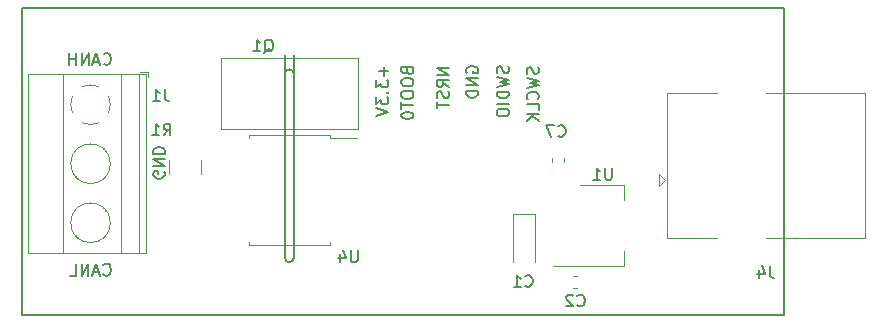
<source format=gbr>
G04 #@! TF.GenerationSoftware,KiCad,Pcbnew,5.1.4*
G04 #@! TF.CreationDate,2020-05-23T13:02:16+03:00*
G04 #@! TF.ProjectId,stm32,73746d33-322e-46b6-9963-61645f706362,rev?*
G04 #@! TF.SameCoordinates,Original*
G04 #@! TF.FileFunction,Legend,Bot*
G04 #@! TF.FilePolarity,Positive*
%FSLAX46Y46*%
G04 Gerber Fmt 4.6, Leading zero omitted, Abs format (unit mm)*
G04 Created by KiCad (PCBNEW 5.1.4) date 2020-05-23 13:02:16*
%MOMM*%
%LPD*%
G04 APERTURE LIST*
%ADD10C,0.150000*%
%ADD11C,0.120000*%
G04 APERTURE END LIST*
D10*
X73042400Y-63347504D02*
X73090019Y-63442742D01*
X73090019Y-63585600D01*
X73042400Y-63728457D01*
X72947161Y-63823695D01*
X72851923Y-63871314D01*
X72661447Y-63918933D01*
X72518590Y-63918933D01*
X72328114Y-63871314D01*
X72232876Y-63823695D01*
X72137638Y-63728457D01*
X72090019Y-63585600D01*
X72090019Y-63490361D01*
X72137638Y-63347504D01*
X72185257Y-63299885D01*
X72518590Y-63299885D01*
X72518590Y-63490361D01*
X72090019Y-62871314D02*
X73090019Y-62871314D01*
X72090019Y-62299885D01*
X73090019Y-62299885D01*
X72090019Y-61823695D02*
X73090019Y-61823695D01*
X73090019Y-61585600D01*
X73042400Y-61442742D01*
X72947161Y-61347504D01*
X72851923Y-61299885D01*
X72661447Y-61252266D01*
X72518590Y-61252266D01*
X72328114Y-61299885D01*
X72232876Y-61347504D01*
X72137638Y-61442742D01*
X72090019Y-61585600D01*
X72090019Y-61823695D01*
X67900419Y-72035942D02*
X67948038Y-72083561D01*
X68090895Y-72131180D01*
X68186133Y-72131180D01*
X68328990Y-72083561D01*
X68424228Y-71988323D01*
X68471847Y-71893085D01*
X68519466Y-71702609D01*
X68519466Y-71559752D01*
X68471847Y-71369276D01*
X68424228Y-71274038D01*
X68328990Y-71178800D01*
X68186133Y-71131180D01*
X68090895Y-71131180D01*
X67948038Y-71178800D01*
X67900419Y-71226419D01*
X67519466Y-71845466D02*
X67043276Y-71845466D01*
X67614704Y-72131180D02*
X67281371Y-71131180D01*
X66948038Y-72131180D01*
X66614704Y-72131180D02*
X66614704Y-71131180D01*
X66043276Y-72131180D01*
X66043276Y-71131180D01*
X65090895Y-72131180D02*
X65567085Y-72131180D01*
X65567085Y-71131180D01*
X67917866Y-54205142D02*
X67965485Y-54252761D01*
X68108342Y-54300380D01*
X68203580Y-54300380D01*
X68346438Y-54252761D01*
X68441676Y-54157523D01*
X68489295Y-54062285D01*
X68536914Y-53871809D01*
X68536914Y-53728952D01*
X68489295Y-53538476D01*
X68441676Y-53443238D01*
X68346438Y-53348000D01*
X68203580Y-53300380D01*
X68108342Y-53300380D01*
X67965485Y-53348000D01*
X67917866Y-53395619D01*
X67536914Y-54014666D02*
X67060723Y-54014666D01*
X67632152Y-54300380D02*
X67298819Y-53300380D01*
X66965485Y-54300380D01*
X66632152Y-54300380D02*
X66632152Y-53300380D01*
X66060723Y-54300380D01*
X66060723Y-53300380D01*
X65584533Y-54300380D02*
X65584533Y-53300380D01*
X65584533Y-53776571D02*
X65013104Y-53776571D01*
X65013104Y-54300380D02*
X65013104Y-53300380D01*
X91613028Y-54438800D02*
X91613028Y-55200704D01*
X91993980Y-54819752D02*
X91232076Y-54819752D01*
X90993980Y-55581657D02*
X90993980Y-56200704D01*
X91374933Y-55867371D01*
X91374933Y-56010228D01*
X91422552Y-56105466D01*
X91470171Y-56153085D01*
X91565409Y-56200704D01*
X91803504Y-56200704D01*
X91898742Y-56153085D01*
X91946361Y-56105466D01*
X91993980Y-56010228D01*
X91993980Y-55724514D01*
X91946361Y-55629276D01*
X91898742Y-55581657D01*
X91898742Y-56629276D02*
X91946361Y-56676895D01*
X91993980Y-56629276D01*
X91946361Y-56581657D01*
X91898742Y-56629276D01*
X91993980Y-56629276D01*
X90993980Y-57010228D02*
X90993980Y-57629276D01*
X91374933Y-57295942D01*
X91374933Y-57438800D01*
X91422552Y-57534038D01*
X91470171Y-57581657D01*
X91565409Y-57629276D01*
X91803504Y-57629276D01*
X91898742Y-57581657D01*
X91946361Y-57534038D01*
X91993980Y-57438800D01*
X91993980Y-57153085D01*
X91946361Y-57057847D01*
X91898742Y-57010228D01*
X90993980Y-57914990D02*
X91993980Y-58248323D01*
X90993980Y-58581657D01*
X93603771Y-54808666D02*
X93651390Y-54951523D01*
X93699009Y-54999142D01*
X93794247Y-55046761D01*
X93937104Y-55046761D01*
X94032342Y-54999142D01*
X94079961Y-54951523D01*
X94127580Y-54856285D01*
X94127580Y-54475333D01*
X93127580Y-54475333D01*
X93127580Y-54808666D01*
X93175200Y-54903904D01*
X93222819Y-54951523D01*
X93318057Y-54999142D01*
X93413295Y-54999142D01*
X93508533Y-54951523D01*
X93556152Y-54903904D01*
X93603771Y-54808666D01*
X93603771Y-54475333D01*
X93127580Y-55665809D02*
X93127580Y-55856285D01*
X93175200Y-55951523D01*
X93270438Y-56046761D01*
X93460914Y-56094380D01*
X93794247Y-56094380D01*
X93984723Y-56046761D01*
X94079961Y-55951523D01*
X94127580Y-55856285D01*
X94127580Y-55665809D01*
X94079961Y-55570571D01*
X93984723Y-55475333D01*
X93794247Y-55427714D01*
X93460914Y-55427714D01*
X93270438Y-55475333D01*
X93175200Y-55570571D01*
X93127580Y-55665809D01*
X93127580Y-56713428D02*
X93127580Y-56903904D01*
X93175200Y-56999142D01*
X93270438Y-57094380D01*
X93460914Y-57142000D01*
X93794247Y-57142000D01*
X93984723Y-57094380D01*
X94079961Y-56999142D01*
X94127580Y-56903904D01*
X94127580Y-56713428D01*
X94079961Y-56618190D01*
X93984723Y-56522952D01*
X93794247Y-56475333D01*
X93460914Y-56475333D01*
X93270438Y-56522952D01*
X93175200Y-56618190D01*
X93127580Y-56713428D01*
X93127580Y-57427714D02*
X93127580Y-57999142D01*
X94127580Y-57713428D02*
X93127580Y-57713428D01*
X93127580Y-58522952D02*
X93127580Y-58618190D01*
X93175200Y-58713428D01*
X93222819Y-58761047D01*
X93318057Y-58808666D01*
X93508533Y-58856285D01*
X93746628Y-58856285D01*
X93937104Y-58808666D01*
X94032342Y-58761047D01*
X94079961Y-58713428D01*
X94127580Y-58618190D01*
X94127580Y-58522952D01*
X94079961Y-58427714D01*
X94032342Y-58380095D01*
X93937104Y-58332476D01*
X93746628Y-58284857D01*
X93508533Y-58284857D01*
X93318057Y-58332476D01*
X93222819Y-58380095D01*
X93175200Y-58427714D01*
X93127580Y-58522952D01*
X97124780Y-54541942D02*
X96124780Y-54541942D01*
X97124780Y-55113371D01*
X96124780Y-55113371D01*
X97124780Y-56160990D02*
X96648590Y-55827657D01*
X97124780Y-55589561D02*
X96124780Y-55589561D01*
X96124780Y-55970514D01*
X96172400Y-56065752D01*
X96220019Y-56113371D01*
X96315257Y-56160990D01*
X96458114Y-56160990D01*
X96553352Y-56113371D01*
X96600971Y-56065752D01*
X96648590Y-55970514D01*
X96648590Y-55589561D01*
X97077161Y-56541942D02*
X97124780Y-56684800D01*
X97124780Y-56922895D01*
X97077161Y-57018133D01*
X97029542Y-57065752D01*
X96934304Y-57113371D01*
X96839066Y-57113371D01*
X96743828Y-57065752D01*
X96696209Y-57018133D01*
X96648590Y-56922895D01*
X96600971Y-56732419D01*
X96553352Y-56637180D01*
X96505733Y-56589561D01*
X96410495Y-56541942D01*
X96315257Y-56541942D01*
X96220019Y-56589561D01*
X96172400Y-56637180D01*
X96124780Y-56732419D01*
X96124780Y-56970514D01*
X96172400Y-57113371D01*
X96124780Y-57399085D02*
X96124780Y-57970514D01*
X97124780Y-57684800D02*
X96124780Y-57684800D01*
X98661600Y-54965695D02*
X98613980Y-54870457D01*
X98613980Y-54727600D01*
X98661600Y-54584742D01*
X98756838Y-54489504D01*
X98852076Y-54441885D01*
X99042552Y-54394266D01*
X99185409Y-54394266D01*
X99375885Y-54441885D01*
X99471123Y-54489504D01*
X99566361Y-54584742D01*
X99613980Y-54727600D01*
X99613980Y-54822838D01*
X99566361Y-54965695D01*
X99518742Y-55013314D01*
X99185409Y-55013314D01*
X99185409Y-54822838D01*
X99613980Y-55441885D02*
X98613980Y-55441885D01*
X99613980Y-56013314D01*
X98613980Y-56013314D01*
X99613980Y-56489504D02*
X98613980Y-56489504D01*
X98613980Y-56727600D01*
X98661600Y-56870457D01*
X98756838Y-56965695D01*
X98852076Y-57013314D01*
X99042552Y-57060933D01*
X99185409Y-57060933D01*
X99375885Y-57013314D01*
X99471123Y-56965695D01*
X99566361Y-56870457D01*
X99613980Y-56727600D01*
X99613980Y-56489504D01*
X102157161Y-54421352D02*
X102204780Y-54564209D01*
X102204780Y-54802304D01*
X102157161Y-54897542D01*
X102109542Y-54945161D01*
X102014304Y-54992780D01*
X101919066Y-54992780D01*
X101823828Y-54945161D01*
X101776209Y-54897542D01*
X101728590Y-54802304D01*
X101680971Y-54611828D01*
X101633352Y-54516590D01*
X101585733Y-54468971D01*
X101490495Y-54421352D01*
X101395257Y-54421352D01*
X101300019Y-54468971D01*
X101252400Y-54516590D01*
X101204780Y-54611828D01*
X101204780Y-54849923D01*
X101252400Y-54992780D01*
X101204780Y-55326114D02*
X102204780Y-55564209D01*
X101490495Y-55754685D01*
X102204780Y-55945161D01*
X101204780Y-56183257D01*
X102204780Y-56564209D02*
X101204780Y-56564209D01*
X101204780Y-56802304D01*
X101252400Y-56945161D01*
X101347638Y-57040400D01*
X101442876Y-57088019D01*
X101633352Y-57135638D01*
X101776209Y-57135638D01*
X101966685Y-57088019D01*
X102061923Y-57040400D01*
X102157161Y-56945161D01*
X102204780Y-56802304D01*
X102204780Y-56564209D01*
X102204780Y-57564209D02*
X101204780Y-57564209D01*
X101204780Y-58230876D02*
X101204780Y-58421352D01*
X101252400Y-58516590D01*
X101347638Y-58611828D01*
X101538114Y-58659447D01*
X101871447Y-58659447D01*
X102061923Y-58611828D01*
X102157161Y-58516590D01*
X102204780Y-58421352D01*
X102204780Y-58230876D01*
X102157161Y-58135638D01*
X102061923Y-58040400D01*
X101871447Y-57992780D01*
X101538114Y-57992780D01*
X101347638Y-58040400D01*
X101252400Y-58135638D01*
X101204780Y-58230876D01*
X104697161Y-54481695D02*
X104744780Y-54624552D01*
X104744780Y-54862647D01*
X104697161Y-54957885D01*
X104649542Y-55005504D01*
X104554304Y-55053123D01*
X104459066Y-55053123D01*
X104363828Y-55005504D01*
X104316209Y-54957885D01*
X104268590Y-54862647D01*
X104220971Y-54672171D01*
X104173352Y-54576933D01*
X104125733Y-54529314D01*
X104030495Y-54481695D01*
X103935257Y-54481695D01*
X103840019Y-54529314D01*
X103792400Y-54576933D01*
X103744780Y-54672171D01*
X103744780Y-54910266D01*
X103792400Y-55053123D01*
X103744780Y-55386457D02*
X104744780Y-55624552D01*
X104030495Y-55815028D01*
X104744780Y-56005504D01*
X103744780Y-56243600D01*
X104649542Y-57195980D02*
X104697161Y-57148361D01*
X104744780Y-57005504D01*
X104744780Y-56910266D01*
X104697161Y-56767409D01*
X104601923Y-56672171D01*
X104506685Y-56624552D01*
X104316209Y-56576933D01*
X104173352Y-56576933D01*
X103982876Y-56624552D01*
X103887638Y-56672171D01*
X103792400Y-56767409D01*
X103744780Y-56910266D01*
X103744780Y-57005504D01*
X103792400Y-57148361D01*
X103840019Y-57195980D01*
X104744780Y-58100742D02*
X104744780Y-57624552D01*
X103744780Y-57624552D01*
X104744780Y-58434076D02*
X103744780Y-58434076D01*
X104744780Y-59005504D02*
X104173352Y-58576933D01*
X103744780Y-59005504D02*
X104316209Y-58434076D01*
X61000000Y-75500000D02*
X125500000Y-75500000D01*
X61000000Y-49500000D02*
X61000000Y-75500000D01*
X125500000Y-50000000D02*
X125500000Y-49500000D01*
X61000000Y-49500000D02*
X125500000Y-49500000D01*
X83248500Y-55054500D02*
G75*
G02X84010500Y-55054500I381000J0D01*
G01*
X84010500Y-70612000D02*
G75*
G02X83248500Y-70612000I-381000J0D01*
G01*
X84010500Y-55054500D02*
X84010500Y-70612000D01*
X83248500Y-55054500D02*
X83248500Y-70612000D01*
X125500000Y-75500000D02*
X125500000Y-50000000D01*
D11*
X105970500Y-71291500D02*
X111980500Y-71291500D01*
X108220500Y-64471500D02*
X111980500Y-64471500D01*
X111980500Y-71291500D02*
X111980500Y-70031500D01*
X111980500Y-64471500D02*
X111980500Y-65731500D01*
X105852500Y-62514267D02*
X105852500Y-62171733D01*
X106872500Y-62514267D02*
X106872500Y-62171733D01*
X102570000Y-70982500D02*
X102570000Y-66897500D01*
X102570000Y-66897500D02*
X104440000Y-66897500D01*
X104440000Y-66897500D02*
X104440000Y-70982500D01*
X108008267Y-73217500D02*
X107665733Y-73217500D01*
X108008267Y-72197500D02*
X107665733Y-72197500D01*
X71702000Y-54858000D02*
X71702000Y-55358000D01*
X70962000Y-54858000D02*
X71702000Y-54858000D01*
X67825000Y-66431000D02*
X67871000Y-66384000D01*
X65527000Y-68728000D02*
X65563000Y-68693000D01*
X68041000Y-66624000D02*
X68076000Y-66589000D01*
X65733000Y-68933000D02*
X65779000Y-68886000D01*
X67825000Y-61431000D02*
X67871000Y-61384000D01*
X65527000Y-63728000D02*
X65563000Y-63693000D01*
X68041000Y-61624000D02*
X68076000Y-61589000D01*
X65733000Y-63933000D02*
X65779000Y-63886000D01*
X61541000Y-70218000D02*
X71462000Y-70218000D01*
X61541000Y-55098000D02*
X71462000Y-55098000D01*
X71462000Y-55098000D02*
X71462000Y-70218000D01*
X61541000Y-55098000D02*
X61541000Y-70218000D01*
X64501000Y-55098000D02*
X64501000Y-70218000D01*
X69402000Y-55098000D02*
X69402000Y-70218000D01*
X70902000Y-55098000D02*
X70902000Y-70218000D01*
X68482000Y-67658000D02*
G75*
G03X68482000Y-67658000I-1680000J0D01*
G01*
X68482000Y-62658000D02*
G75*
G03X68482000Y-62658000I-1680000J0D01*
G01*
X68482253Y-57686805D02*
G75*
G03X68337000Y-56974000I-1680253J28805D01*
G01*
X67485042Y-56122574D02*
G75*
G03X66118000Y-56123000I-683042J-1535426D01*
G01*
X65266574Y-56974958D02*
G75*
G03X65267000Y-58342000I1535426J-683042D01*
G01*
X66118958Y-59193426D02*
G75*
G03X67486000Y-59193000I683042J1535426D01*
G01*
X68336756Y-58341318D02*
G75*
G03X68482000Y-57658000I-1534756J683318D01*
G01*
X119881000Y-68981500D02*
X115621000Y-68981500D01*
X115621000Y-68981500D02*
X115621000Y-56661500D01*
X115621000Y-56661500D02*
X119881000Y-56661500D01*
X123981000Y-68981500D02*
X132341000Y-68981500D01*
X132341000Y-68981500D02*
X132341000Y-56661500D01*
X132341000Y-56661500D02*
X123981000Y-56661500D01*
X115401000Y-64071500D02*
X114901000Y-64571500D01*
X114901000Y-64571500D02*
X114901000Y-63571500D01*
X114901000Y-63571500D02*
X115401000Y-64071500D01*
X89429500Y-59701000D02*
X77829500Y-59701000D01*
X89429500Y-53701000D02*
X77829500Y-53701000D01*
X89429500Y-53701000D02*
X89429500Y-59701000D01*
X77829500Y-53701000D02*
X77829500Y-59701000D01*
D10*
X84010500Y-53467000D02*
X84010500Y-60071000D01*
X83248500Y-60071000D02*
X83248500Y-53467000D01*
D11*
X73443000Y-62353436D02*
X73443000Y-63557564D01*
X76163000Y-62353436D02*
X76163000Y-63557564D01*
X83629500Y-69582000D02*
X80209500Y-69582000D01*
X80209500Y-69582000D02*
X80209500Y-69292000D01*
X83629500Y-69582000D02*
X87049500Y-69582000D01*
X87049500Y-69582000D02*
X87049500Y-69292000D01*
X83629500Y-60212000D02*
X80209500Y-60212000D01*
X80209500Y-60212000D02*
X80209500Y-60502000D01*
X83629500Y-60212000D02*
X87049500Y-60212000D01*
X87049500Y-60212000D02*
X87049500Y-60502000D01*
X87049500Y-60502000D02*
X89329500Y-60502000D01*
D10*
X110934404Y-63015880D02*
X110934404Y-63825404D01*
X110886785Y-63920642D01*
X110839166Y-63968261D01*
X110743928Y-64015880D01*
X110553452Y-64015880D01*
X110458214Y-63968261D01*
X110410595Y-63920642D01*
X110362976Y-63825404D01*
X110362976Y-63015880D01*
X109362976Y-64015880D02*
X109934404Y-64015880D01*
X109648690Y-64015880D02*
X109648690Y-63015880D01*
X109743928Y-63158738D01*
X109839166Y-63253976D01*
X109934404Y-63301595D01*
X106402166Y-60301142D02*
X106449785Y-60348761D01*
X106592642Y-60396380D01*
X106687880Y-60396380D01*
X106830738Y-60348761D01*
X106925976Y-60253523D01*
X106973595Y-60158285D01*
X107021214Y-59967809D01*
X107021214Y-59824952D01*
X106973595Y-59634476D01*
X106925976Y-59539238D01*
X106830738Y-59444000D01*
X106687880Y-59396380D01*
X106592642Y-59396380D01*
X106449785Y-59444000D01*
X106402166Y-59491619D01*
X106068833Y-59396380D02*
X105402166Y-59396380D01*
X105830738Y-60396380D01*
X103608166Y-73001142D02*
X103655785Y-73048761D01*
X103798642Y-73096380D01*
X103893880Y-73096380D01*
X104036738Y-73048761D01*
X104131976Y-72953523D01*
X104179595Y-72858285D01*
X104227214Y-72667809D01*
X104227214Y-72524952D01*
X104179595Y-72334476D01*
X104131976Y-72239238D01*
X104036738Y-72144000D01*
X103893880Y-72096380D01*
X103798642Y-72096380D01*
X103655785Y-72144000D01*
X103608166Y-72191619D01*
X102655785Y-73096380D02*
X103227214Y-73096380D01*
X102941500Y-73096380D02*
X102941500Y-72096380D01*
X103036738Y-72239238D01*
X103131976Y-72334476D01*
X103227214Y-72382095D01*
X108017666Y-74652142D02*
X108065285Y-74699761D01*
X108208142Y-74747380D01*
X108303380Y-74747380D01*
X108446238Y-74699761D01*
X108541476Y-74604523D01*
X108589095Y-74509285D01*
X108636714Y-74318809D01*
X108636714Y-74175952D01*
X108589095Y-73985476D01*
X108541476Y-73890238D01*
X108446238Y-73795000D01*
X108303380Y-73747380D01*
X108208142Y-73747380D01*
X108065285Y-73795000D01*
X108017666Y-73842619D01*
X107636714Y-73842619D02*
X107589095Y-73795000D01*
X107493857Y-73747380D01*
X107255761Y-73747380D01*
X107160523Y-73795000D01*
X107112904Y-73842619D01*
X107065285Y-73937857D01*
X107065285Y-74033095D01*
X107112904Y-74175952D01*
X107684333Y-74747380D01*
X107065285Y-74747380D01*
X73078933Y-56348380D02*
X73078933Y-57062666D01*
X73126552Y-57205523D01*
X73221790Y-57300761D01*
X73364647Y-57348380D01*
X73459885Y-57348380D01*
X72078933Y-57348380D02*
X72650361Y-57348380D01*
X72364647Y-57348380D02*
X72364647Y-56348380D01*
X72459885Y-56491238D01*
X72555123Y-56586476D01*
X72650361Y-56634095D01*
X124314333Y-71293880D02*
X124314333Y-72008166D01*
X124361952Y-72151023D01*
X124457190Y-72246261D01*
X124600047Y-72293880D01*
X124695285Y-72293880D01*
X123409571Y-71627214D02*
X123409571Y-72293880D01*
X123647666Y-71246261D02*
X123885761Y-71960547D01*
X123266714Y-71960547D01*
X81502238Y-53252619D02*
X81597476Y-53205000D01*
X81692714Y-53109761D01*
X81835571Y-52966904D01*
X81930809Y-52919285D01*
X82026047Y-52919285D01*
X81978428Y-53157380D02*
X82073666Y-53109761D01*
X82168904Y-53014523D01*
X82216523Y-52824047D01*
X82216523Y-52490714D01*
X82168904Y-52300238D01*
X82073666Y-52205000D01*
X81978428Y-52157380D01*
X81787952Y-52157380D01*
X81692714Y-52205000D01*
X81597476Y-52300238D01*
X81549857Y-52490714D01*
X81549857Y-52824047D01*
X81597476Y-53014523D01*
X81692714Y-53109761D01*
X81787952Y-53157380D01*
X81978428Y-53157380D01*
X80597476Y-53157380D02*
X81168904Y-53157380D01*
X80883190Y-53157380D02*
X80883190Y-52157380D01*
X80978428Y-52300238D01*
X81073666Y-52395476D01*
X81168904Y-52443095D01*
X73001166Y-60269380D02*
X73334500Y-59793190D01*
X73572595Y-60269380D02*
X73572595Y-59269380D01*
X73191642Y-59269380D01*
X73096404Y-59317000D01*
X73048785Y-59364619D01*
X73001166Y-59459857D01*
X73001166Y-59602714D01*
X73048785Y-59697952D01*
X73096404Y-59745571D01*
X73191642Y-59793190D01*
X73572595Y-59793190D01*
X72048785Y-60269380D02*
X72620214Y-60269380D01*
X72334500Y-60269380D02*
X72334500Y-59269380D01*
X72429738Y-59412238D01*
X72524976Y-59507476D01*
X72620214Y-59555095D01*
X89407904Y-70000880D02*
X89407904Y-70810404D01*
X89360285Y-70905642D01*
X89312666Y-70953261D01*
X89217428Y-71000880D01*
X89026952Y-71000880D01*
X88931714Y-70953261D01*
X88884095Y-70905642D01*
X88836476Y-70810404D01*
X88836476Y-70000880D01*
X87931714Y-70334214D02*
X87931714Y-71000880D01*
X88169809Y-69953261D02*
X88407904Y-70667547D01*
X87788857Y-70667547D01*
M02*

</source>
